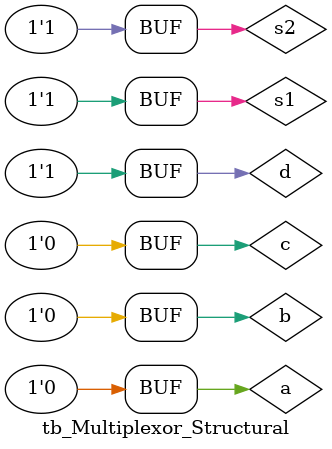
<source format=v>
`timescale 1ns / 1ps


module tb_Multiplexor_Structural;

    //inputs defined as registers
    reg a;
    reg b;
    reg c;
    reg d;
    reg s1;
    reg s2;


    //outputs defined as wires
    wire y;


    Multiplexor_Structural uut (
        .a(a),
        .b(b),
        .c(c),
        .d(d),
        .s1(s1),
        .s2(s2),
        .y(y)
    );

    initial begin
    
        //intialize inputs
        a=0;
        b=0;
        c=0;
        d=0;
        s1=0;
        s2=0;
        
        $display("TC00");
        #50;
        
    a=1;
    b=0;
    c=0;
    d=0;
    s1=0;
    s2=0;
    
    $display("TC01");
    #50;
    a=0;
    b=0;
    c=0;
    d=0;
    s1=1;
    s2=0;
    $display("TC02");
    #50;
    a=0;
    b=1;
    c=0;
    d=0;
    s1=1;
    s2=0;
    $display("TC03");
    #50;
    a=0;
    b=0;
    c=0;
    d=0;
    s1=0;
    s2=1;
    
    $display("TC04");
    #50;
    a=0;
    b=0;
    c=1;
    d=0;
    s1=0;
    s2=1;
    
    $display("TC05");
    #50;
    a=0;
    b=0;
    c=0;
    d=0;
    s1=1;
    s2=1;
    
    $display("TC06");
    #50;
    a=0;
    b=0;
    c=0;
    d=1;
    s1=1;
    s2=1;
    $display("TC07");

    end

endmodule

</source>
